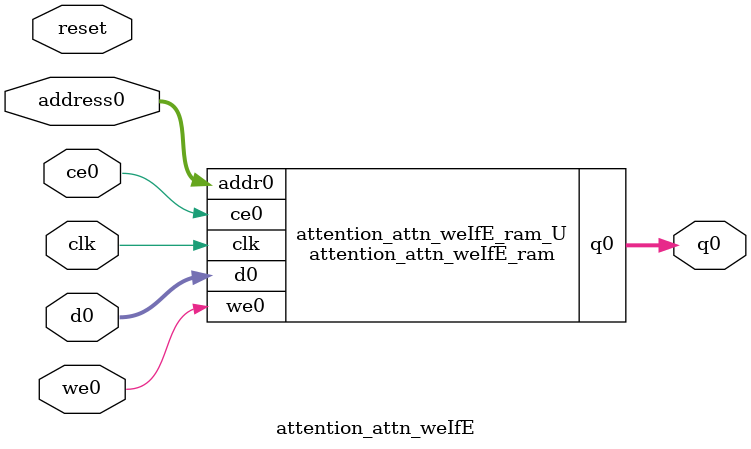
<source format=v>
`timescale 1 ns / 1 ps
module attention_attn_weIfE_ram (addr0, ce0, d0, we0, q0,  clk);

parameter DWIDTH = 38;
parameter AWIDTH = 7;
parameter MEM_SIZE = 96;

input[AWIDTH-1:0] addr0;
input ce0;
input[DWIDTH-1:0] d0;
input we0;
output reg[DWIDTH-1:0] q0;
input clk;

(* ram_style = "block" *)reg [DWIDTH-1:0] ram[0:MEM_SIZE-1];




always @(posedge clk)  
begin 
    if (ce0) begin
        if (we0) 
            ram[addr0] <= d0; 
        q0 <= ram[addr0];
    end
end


endmodule

`timescale 1 ns / 1 ps
module attention_attn_weIfE(
    reset,
    clk,
    address0,
    ce0,
    we0,
    d0,
    q0);

parameter DataWidth = 32'd38;
parameter AddressRange = 32'd96;
parameter AddressWidth = 32'd7;
input reset;
input clk;
input[AddressWidth - 1:0] address0;
input ce0;
input we0;
input[DataWidth - 1:0] d0;
output[DataWidth - 1:0] q0;



attention_attn_weIfE_ram attention_attn_weIfE_ram_U(
    .clk( clk ),
    .addr0( address0 ),
    .ce0( ce0 ),
    .we0( we0 ),
    .d0( d0 ),
    .q0( q0 ));

endmodule


</source>
